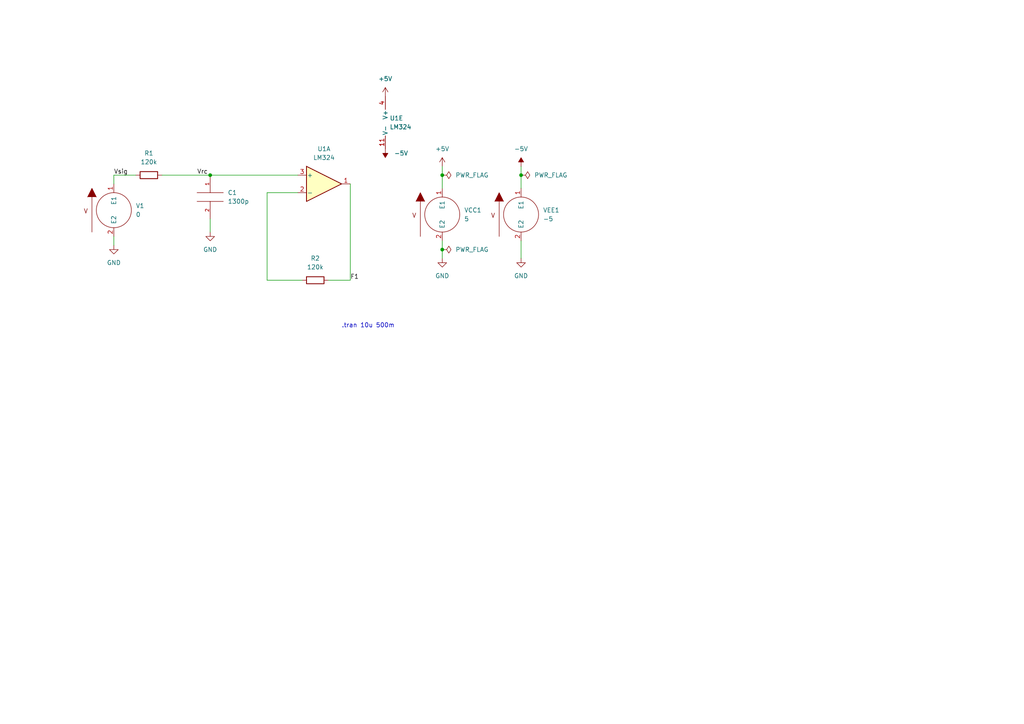
<source format=kicad_sch>
(kicad_sch (version 20211123) (generator eeschema)
  (paper "A4")
  (lib_symbols
    (symbol "Amplifier_Operational:LM324" (pin_names (offset 0.127))
      (property "Reference" "U" (at 0 5.08 0))
      (property "Value" "LM324" (at 0 -5.08 0))
      (symbol "LM324_1_1"
        (polyline (pts (xy -5.08 5.08) (xy 5.08 0) (xy -5.08 -5.08) (xy -5.08 5.08)) (stroke (width 0.254)) (fill (type background)))
        (pin output line (at 7.62 0 180) (length 2.54) (name "~") (number "1"))
        (pin input line (at -7.62 -2.54 0) (length 2.54) (name "-") (number "2"))
        (pin input line (at -7.62 2.54 0) (length 2.54) (name "+") (number "3"))
      )
      (symbol "LM324_2_1"
        (polyline (pts (xy -5.08 5.08) (xy 5.08 0) (xy -5.08 -5.08) (xy -5.08 5.08)) (stroke (width 0.254)) (fill (type background)))
        (pin input line (at -7.62 2.54 0) (length 2.54) (name "+") (number "5"))
        (pin input line (at -7.62 -2.54 0) (length 2.54) (name "-") (number "6"))
        (pin output line (at 7.62 0 180) (length 2.54) (name "~") (number "7"))
      )
      (symbol "LM324_3_1"
        (polyline (pts (xy -5.08 5.08) (xy 5.08 0) (xy -5.08 -5.08) (xy -5.08 5.08)) (stroke (width 0.254)) (fill (type background)))
        (pin input line (at -7.62 2.54 0) (length 2.54) (name "+") (number "10"))
        (pin output line (at 7.62 0 180) (length 2.54) (name "~") (number "8"))
        (pin input line (at -7.62 -2.54 0) (length 2.54) (name "-") (number "9"))
      )
      (symbol "LM324_4_1"
        (polyline (pts (xy -5.08 5.08) (xy 5.08 0) (xy -5.08 -5.08) (xy -5.08 5.08)) (stroke (width 0.254)) (fill (type background)))
        (pin input line (at -7.62 2.54 0) (length 2.54) (name "+") (number "12"))
        (pin input line (at -7.62 -2.54 0) (length 2.54) (name "-") (number "13"))
        (pin output line (at 7.62 0 180) (length 2.54) (name "~") (number "14"))
      )
      (symbol "LM324_5_1"
        (pin power_in line (at -2.54 -7.62 90) (length 3.81) (name "V-") (number "11"))
        (pin power_in line (at -2.54 7.62 270) (length 3.81) (name "V+") (number "4"))
      )
    )
    (symbol "Device:R" (pin_numbers hide) (pin_names (offset 0))
      (property "Reference" "R" (at 2.032 0 90))
      (property "Value" "R" (at 0 0 90))
      (symbol "R_0_1"
        (rectangle (start -1.016 -2.54) (end 1.016 2.54) (stroke (width 0.254)))
      )
      (symbol "R_1_1"
        (pin passive line (at 0 3.81 270) (length 1.27) (name "~") (number "1"))
        (pin passive line (at 0 -3.81 90) (length 1.27) (name "~") (number "2"))
      )
    )
    (symbol "power:+5V" (power) (pin_names (offset 0))
      (property "Value" "+5V" (at 0 3.556 0))
      (symbol "+5V_0_1"
        (polyline (pts (xy -0.762 1.27) (xy 0 2.54)))
        (polyline (pts (xy 0 0) (xy 0 2.54)))
        (polyline (pts (xy 0 2.54) (xy 0.762 1.27)))
      )
      (symbol "+5V_1_1"
        (pin power_in line (at 0 0 90) (length 0) hide (name "+5V") (number "1"))
      )
    )
    (symbol "power:-5V" (power) (pin_names (offset 0))
      (property "Value" "-5V" (at 0 3.81 0))
      (symbol "-5V_0_0"
        (pin power_in line (at 0 0 90) (length 0) hide (name "-5V") (number "1"))
      )
      (symbol "-5V_0_1"
        (polyline (pts (xy 0 0) (xy 0 1.27) (xy 0.762 1.27) (xy 0 2.54) (xy -0.762 1.27) (xy 0 1.27)) (fill (type outline)))
      )
    )
    (symbol "power:GND" (power) (pin_names (offset 0))
      (property "Value" "GND" (at 0 -3.81 0))
      (symbol "GND_0_1"
        (polyline (pts (xy 0 0) (xy 0 -1.27) (xy 1.27 -1.27) (xy 0 -2.54) (xy -1.27 -1.27) (xy 0 -1.27)))
      )
      (symbol "GND_1_1"
        (pin power_in line (at 0 0 270) (length 0) hide (name "GND") (number "1"))
      )
    )
    (symbol "power:PWR_FLAG" (power) (pin_numbers hide) (pin_names (offset 0) hide)
      (property "Value" "PWR_FLAG" (at 0 3.81 0))
      (symbol "PWR_FLAG_0_0"
        (pin power_out line (at 0 0 90) (length 0) (name "pwr") (number "1"))
      )
      (symbol "PWR_FLAG_0_1"
        (polyline (pts (xy 0 0) (xy 0 1.27) (xy -1.016 1.905) (xy 0 2.54) (xy 1.016 1.905) (xy 0 1.27)))
      )
    )
    (symbol "pspice:C" (pin_names (offset 0.254))
      (property "Reference" "C" (at 2.54 3.81 90))
      (property "Value" "C" (at 2.54 -3.81 90))
      (symbol "C_0_1"
        (polyline (pts (xy -3.81 -1.27) (xy 3.81 -1.27)))
        (polyline (pts (xy -3.81 1.27) (xy 3.81 1.27)))
      )
      (symbol "C_1_1"
        (pin passive line (at 0 6.35 270) (length 5.08) (name "~") (number "1"))
        (pin passive line (at 0 -6.35 90) (length 5.08) (name "~") (number "2"))
      )
    )
    (symbol "pspice:VSOURCE" (pin_names (offset 1.016))
      (property "Reference" "V" (at -6.35 7.62 0))
      (property "Value" "VSOURCE" (at 0 0 0))
      (symbol "VSOURCE_0_1"
        (polyline (pts (xy -6.35 -6.35) (xy -6.35 3.81)) (fill (type outline)))
        (polyline (pts (xy -7.62 3.81) (xy -6.35 6.35) (xy -5.08 3.81)) (fill (type outline)))
        (circle (center 0 0) (radius 5.08))
        (text "V" (at -8.128 -0.254 0) (effects (font (size 1.27 1.27))))
      )
      (symbol "VSOURCE_1_1"
        (pin input line (at 0 7.62 270) (length 2.54) (name "E1") (number "1"))
        (pin input line (at 0 -7.62 90) (length 2.54) (name "E2") (number "2"))
      )
    )
  )
  (junction (at 60.96 50.8))
  (junction (at 151.13 50.8))
  (junction (at 128.27 72.39))
  (junction (at 128.27 50.8))
  (wire (pts (xy 151.13 48.26) (xy 151.13 50.8)))
  (wire (pts (xy 87.63 81.28) (xy 77.47 81.28)))
  (wire (pts (xy 60.96 67.31) (xy 60.96 63.5)))
  (wire (pts (xy 33.02 50.8) (xy 33.02 53.34)))
  (wire (pts (xy 128.27 50.8) (xy 128.27 54.61)))
  (wire (pts (xy 128.27 48.26) (xy 128.27 50.8)))
  (wire (pts (xy 95.25 81.28) (xy 101.6 81.28)))
  (wire (pts (xy 60.96 50.8) (xy 86.36 50.8)))
  (wire (pts (xy 151.13 69.85) (xy 151.13 74.93)))
  (wire (pts (xy 101.6 53.34) (xy 101.6 81.28)))
  (wire (pts (xy 77.47 55.88) (xy 77.47 81.28)))
  (wire (pts (xy 33.02 50.8) (xy 39.37 50.8)))
  (wire (pts (xy 33.02 68.58) (xy 33.02 71.12)))
  (wire (pts (xy 128.27 72.39) (xy 128.27 74.93)))
  (wire (pts (xy 128.27 69.85) (xy 128.27 72.39)))
  (wire (pts (xy 151.13 50.8) (xy 151.13 54.61)))
  (wire (pts (xy 46.99 50.8) (xy 60.96 50.8)))
  (wire (pts (xy 86.36 55.88) (xy 77.47 55.88)))
  (text ".tran 10u 500m\n" (at 99.06 95.25 0) (effects (font (size 1.27 1.27)) (justify left bottom)))
  (label "F1" (at 101.6 81.28 0))
  (label "Vrc" (at 57.15 50.8 0))
  (label "Vsig" (at 33.02 50.8 0))
  (symbol (lib_id "power:-5V") (at 111.76 43.18 180) (unit 1)
    (property "Reference" "#PWR0102" (effects hide))
    (property "Value" "-5V" (at 114.3 44.4499 0) (effects (justify right)))
  )
  (symbol (lib_id "power:+5V") (at 111.76 27.94 0) (unit 1)
    (property "Reference" "#PWR0101" (effects hide))
    (property "Value" "+5V" (at 111.76 22.86 0))
  )
  (symbol (lib_id "power:-5V") (at 151.13 48.26 0) (unit 1)
    (property "Reference" "#PWR07" (effects hide))
    (property "Value" "-5V" (at 151.13 43.18 0))
  )
  (symbol (lib_id "power:GND") (at 60.96 67.31 0) (unit 1)
    (property "Reference" "#PWR02" (effects hide))
    (property "Value" "GND" (at 60.96 72.39 0))
  )
  (symbol (lib_id "power:+5V") (at 128.27 48.26 0) (unit 1)
    (property "Reference" "#PWR05" (effects hide))
    (property "Value" "+5V" (at 128.27 43.18 0))
  )
  (symbol (lib_id "power:GND") (at 33.02 71.12 0) (unit 1)
    (property "Reference" "#PWR01" (effects hide))
    (property "Value" "GND" (at 33.02 76.2 0))
  )
  (symbol (lib_id "power:GND") (at 128.27 74.93 0) (unit 1)
    (property "Reference" "#PWR06" (effects hide))
    (property "Value" "GND" (at 128.27 80.01 0))
  )
  (symbol (lib_id "pspice:VSOURCE") (at 33.02 60.96 0) (unit 1)
    (property "Reference" "V1" (at 39.37 59.6899 0) (effects (justify left)))
    (property "Value" "0" (at 39.37 62.2299 0) (effects (justify left)))
    (property "Spice_Primitive" "V" (effects hide))
    (property "Spice_Model" "dc 0 ac 1 sin(0 1 10)" (effects hide))
    (property "Spice_Netlist_Enabled" "Y" (effects hide))
  )
  (symbol (lib_id "power:GND") (at 151.13 74.93 0) (unit 1)
    (property "Reference" "#PWR08" (effects hide))
    (property "Value" "GND" (at 151.13 80.01 0))
  )
  (symbol (lib_id "power:PWR_FLAG") (at 151.13 50.8 270) (unit 1)
    (property "Reference" "#FLG03" (effects hide))
    (property "Value" "PWR_FLAG" (at 154.94 50.7999 90) (effects (justify left)))
  )
  (symbol (lib_id "Amplifier_Operational:LM324") (at 114.3 35.56 0) (unit 5)
    (property "Reference" "U1" (at 113.03 34.2899 0) (effects (justify left)))
    (property "Value" "LM324" (at 113.03 36.8299 0) (effects (justify left)))
    (property "Datasheet" "http://www.ti.com/lit/ds/symlink/lm2902-n.pdf" (effects hide))
    (property "Spice_Primitive" "X" (effects hide))
    (property "Spice_Model" "LMX24_LM2902" (effects hide))
    (property "Spice_Netlist_Enabled" "Y" (effects hide))
    (property "Spice_Node_Sequence" "3 2 4 11 1" (effects hide))
    (property "Spice_Lib_File" "D:\\ECE_Projects\\Music_Visualizer\\Schematic_PCB\\Music_Visualizer\\lmx24_lm2902.lib" (effects hide))
  )
  (symbol (lib_id "pspice:C") (at 60.96 57.15 0) (unit 1)
    (property "Reference" "C1" (at 66.04 55.8799 0) (effects (justify left)))
    (property "Value" "1300p" (at 66.04 58.4199 0) (effects (justify left)))
  )
  (symbol (lib_id "pspice:VSOURCE") (at 151.13 62.23 0) (unit 1)
    (property "Reference" "VEE1" (at 157.48 60.9599 0) (effects (justify left)))
    (property "Value" "-5" (at 157.48 63.4999 0) (effects (justify left)))
    (property "Spice_Primitive" "V" (effects hide))
    (property "Spice_Model" "dc -5" (effects hide))
    (property "Spice_Netlist_Enabled" "Y" (effects hide))
  )
  (symbol (lib_id "power:PWR_FLAG") (at 128.27 72.39 270) (unit 1)
    (property "Reference" "#FLG02" (effects hide))
    (property "Value" "PWR_FLAG" (at 132.08 72.3899 90) (effects (justify left)))
  )
  (symbol (lib_id "pspice:VSOURCE") (at 128.27 62.23 0) (unit 1)
    (property "Reference" "VCC1" (at 134.62 60.9599 0) (effects (justify left)))
    (property "Value" "5" (at 134.62 63.4999 0) (effects (justify left)))
    (property "Spice_Primitive" "V" (effects hide))
    (property "Spice_Model" "dc 5" (effects hide))
    (property "Spice_Netlist_Enabled" "Y" (effects hide))
  )
  (symbol (lib_id "Device:R") (at 91.44 81.28 90) (unit 1)
    (property "Reference" "R2" (at 91.44 74.93 90))
    (property "Value" "120k" (at 91.44 77.47 90))
    (property "Footprint" "Resistor_SMD:R_0201_0603Metric" (effects hide))
  )
  (symbol (lib_id "Device:R") (at 43.18 50.8 90) (unit 1)
    (property "Reference" "R1" (at 43.18 44.45 90))
    (property "Value" "120k" (at 43.18 46.99 90))
    (property "Footprint" "Resistor_SMD:R_0201_0603Metric" (effects hide))
  )
  (symbol (lib_id "power:PWR_FLAG") (at 128.27 50.8 270) (unit 1)
    (property "Reference" "#FLG01" (effects hide))
    (property "Value" "PWR_FLAG" (at 132.08 50.7999 90) (effects (justify left)))
  )
  (symbol (lib_id "Amplifier_Operational:LM324") (at 93.98 53.34 0) (unit 1)
    (property "Reference" "U1" (at 93.98 43.18 0))
    (property "Value" "LM324" (at 93.98 45.72 0))
    (property "Datasheet" "http://www.ti.com/lit/ds/symlink/lm2902-n.pdf" (effects hide))
    (property "Spice_Primitive" "X" (effects hide))
    (property "Spice_Model" "LMX24_LM2902" (effects hide))
    (property "Spice_Netlist_Enabled" "Y" (effects hide))
    (property "Spice_Lib_File" "D:\\ECE_Projects\\Music_Visualizer\\Schematic_PCB\\Music_Visualizer\\lmx24_lm2902.lib" (effects hide))
    (property "Spice_Node_Sequence" "3 2 4 11 1" (effects hide))
  )
)
</source>
